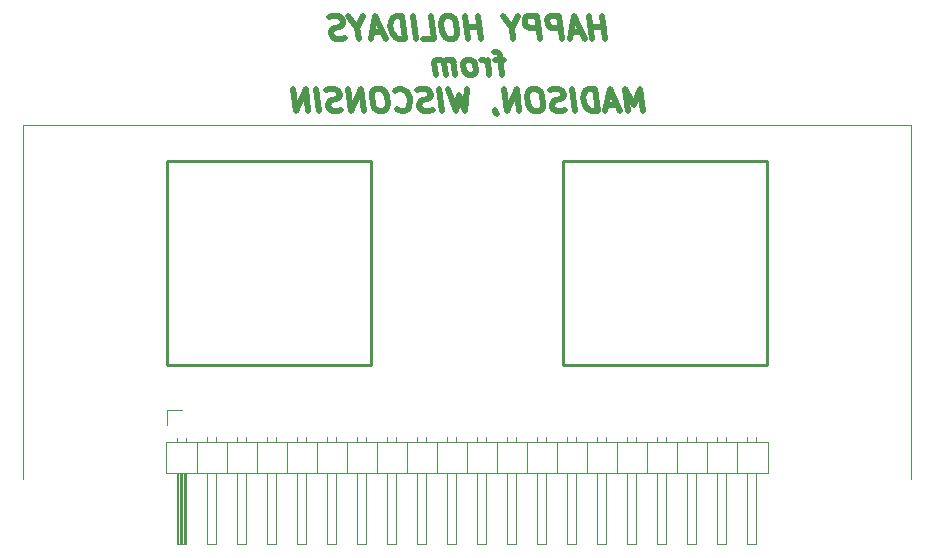
<source format=gbr>
%TF.GenerationSoftware,KiCad,Pcbnew,6.0.9+dfsg-1*%
%TF.CreationDate,2022-11-28T19:28:46-06:00*%
%TF.ProjectId,house,686f7573-652e-46b6-9963-61645f706362,A*%
%TF.SameCoordinates,Original*%
%TF.FileFunction,Legend,Bot*%
%TF.FilePolarity,Positive*%
%FSLAX46Y46*%
G04 Gerber Fmt 4.6, Leading zero omitted, Abs format (unit mm)*
G04 Created by KiCad (PCBNEW 6.0.9+dfsg-1) date 2022-11-28 19:28:46*
%MOMM*%
%LPD*%
G01*
G04 APERTURE LIST*
%ADD10C,0.254000*%
%ADD11C,0.120000*%
%ADD12C,0.476250*%
G04 APERTURE END LIST*
D10*
X114300000Y-74168000D02*
X131572000Y-74168000D01*
X131572000Y-74168000D02*
X131572000Y-91440000D01*
X131572000Y-91440000D02*
X114300000Y-91440000D01*
X114300000Y-91440000D02*
X114300000Y-74168000D01*
D11*
X177292000Y-101092000D02*
X177292000Y-71120000D01*
D10*
X147828000Y-74168000D02*
X165100000Y-74168000D01*
X165100000Y-74168000D02*
X165100000Y-91440000D01*
X165100000Y-91440000D02*
X147828000Y-91440000D01*
X147828000Y-91440000D02*
X147828000Y-74168000D01*
D11*
X102108000Y-71120000D02*
X102108000Y-101092000D01*
X177292000Y-71120000D02*
X102108000Y-71120000D01*
D12*
X151401065Y-63834735D02*
X151162940Y-61929735D01*
X151276333Y-62836878D02*
X150187762Y-62836878D01*
X150312494Y-63834735D02*
X150074369Y-61929735D01*
X149428029Y-63290450D02*
X148520887Y-63290450D01*
X149677494Y-63834735D02*
X148804369Y-61929735D01*
X148407494Y-63834735D01*
X147772494Y-63834735D02*
X147534369Y-61929735D01*
X146808654Y-61929735D01*
X146638565Y-62020450D01*
X146559190Y-62111164D01*
X146491154Y-62292592D01*
X146525172Y-62564735D01*
X146638565Y-62746164D01*
X146740619Y-62836878D01*
X146933387Y-62927592D01*
X147659101Y-62927592D01*
X145867494Y-63834735D02*
X145629369Y-61929735D01*
X144903654Y-61929735D01*
X144733565Y-62020450D01*
X144654190Y-62111164D01*
X144586154Y-62292592D01*
X144620172Y-62564735D01*
X144733565Y-62746164D01*
X144835619Y-62836878D01*
X145028387Y-62927592D01*
X145754101Y-62927592D01*
X143486244Y-62927592D02*
X143599637Y-63834735D01*
X143996512Y-61929735D02*
X143486244Y-62927592D01*
X142726512Y-61929735D01*
X140878208Y-63834735D02*
X140640083Y-61929735D01*
X140753476Y-62836878D02*
X139664904Y-62836878D01*
X139789637Y-63834735D02*
X139551512Y-61929735D01*
X138281512Y-61929735D02*
X137918654Y-61929735D01*
X137748565Y-62020450D01*
X137589815Y-62201878D01*
X137544458Y-62564735D01*
X137623833Y-63199735D01*
X137759904Y-63562592D01*
X137964012Y-63744021D01*
X138156779Y-63834735D01*
X138519637Y-63834735D01*
X138689726Y-63744021D01*
X138848476Y-63562592D01*
X138893833Y-63199735D01*
X138814458Y-62564735D01*
X138678387Y-62201878D01*
X138474279Y-62020450D01*
X138281512Y-61929735D01*
X135979637Y-63834735D02*
X136886779Y-63834735D01*
X136648654Y-61929735D01*
X135344637Y-63834735D02*
X135106512Y-61929735D01*
X134437494Y-63834735D02*
X134199369Y-61929735D01*
X133745797Y-61929735D01*
X133484994Y-62020450D01*
X133326244Y-62201878D01*
X133258208Y-62383307D01*
X133212851Y-62746164D01*
X133246869Y-63018307D01*
X133382940Y-63381164D01*
X133496333Y-63562592D01*
X133700440Y-63744021D01*
X133983922Y-63834735D01*
X134437494Y-63834735D01*
X132555172Y-63290450D02*
X131648029Y-63290450D01*
X132804637Y-63834735D02*
X131931512Y-61929735D01*
X131534637Y-63834735D01*
X130423387Y-62927592D02*
X130536779Y-63834735D01*
X130933654Y-61929735D02*
X130423387Y-62927592D01*
X129663654Y-61929735D01*
X129346154Y-63744021D02*
X129085351Y-63834735D01*
X128631779Y-63834735D01*
X128439012Y-63744021D01*
X128336958Y-63653307D01*
X128223565Y-63471878D01*
X128200887Y-63290450D01*
X128268922Y-63109021D01*
X128348297Y-63018307D01*
X128518387Y-62927592D01*
X128869904Y-62836878D01*
X129039994Y-62746164D01*
X129119369Y-62655450D01*
X129187404Y-62474021D01*
X129164726Y-62292592D01*
X129051333Y-62111164D01*
X128949279Y-62020450D01*
X128756512Y-61929735D01*
X128302940Y-61929735D01*
X128042137Y-62020450D01*
X142805887Y-65631785D02*
X142080172Y-65631785D01*
X142692494Y-66901785D02*
X142488387Y-65268928D01*
X142374994Y-65087500D01*
X142182226Y-64996785D01*
X142000797Y-64996785D01*
X141603922Y-66901785D02*
X141445172Y-65631785D01*
X141490529Y-65994642D02*
X141377137Y-65813214D01*
X141275083Y-65722500D01*
X141082315Y-65631785D01*
X140900887Y-65631785D01*
X140152494Y-66901785D02*
X140322583Y-66811071D01*
X140401958Y-66720357D01*
X140469994Y-66538928D01*
X140401958Y-65994642D01*
X140288565Y-65813214D01*
X140186512Y-65722500D01*
X139993744Y-65631785D01*
X139721601Y-65631785D01*
X139551512Y-65722500D01*
X139472137Y-65813214D01*
X139404101Y-65994642D01*
X139472137Y-66538928D01*
X139585529Y-66720357D01*
X139687583Y-66811071D01*
X139880351Y-66901785D01*
X140152494Y-66901785D01*
X138701065Y-66901785D02*
X138542315Y-65631785D01*
X138564994Y-65813214D02*
X138462940Y-65722500D01*
X138270172Y-65631785D01*
X137998029Y-65631785D01*
X137827940Y-65722500D01*
X137759904Y-65903928D01*
X137884637Y-66901785D01*
X137759904Y-65903928D02*
X137646512Y-65722500D01*
X137453744Y-65631785D01*
X137181601Y-65631785D01*
X137011512Y-65722500D01*
X136943476Y-65903928D01*
X137068208Y-66901785D01*
X154576065Y-69968835D02*
X154337940Y-68063835D01*
X153873029Y-69424550D01*
X153067940Y-68063835D01*
X153306065Y-69968835D01*
X152421601Y-69424550D02*
X151514458Y-69424550D01*
X152671065Y-69968835D02*
X151797940Y-68063835D01*
X151401065Y-69968835D01*
X150766065Y-69968835D02*
X150527940Y-68063835D01*
X150074369Y-68063835D01*
X149813565Y-68154550D01*
X149654815Y-68335978D01*
X149586779Y-68517407D01*
X149541422Y-68880264D01*
X149575440Y-69152407D01*
X149711512Y-69515264D01*
X149824904Y-69696692D01*
X150029012Y-69878121D01*
X150312494Y-69968835D01*
X150766065Y-69968835D01*
X148861065Y-69968835D02*
X148622940Y-68063835D01*
X148033297Y-69878121D02*
X147772494Y-69968835D01*
X147318922Y-69968835D01*
X147126154Y-69878121D01*
X147024101Y-69787407D01*
X146910708Y-69605978D01*
X146888029Y-69424550D01*
X146956065Y-69243121D01*
X147035440Y-69152407D01*
X147205529Y-69061692D01*
X147557047Y-68970978D01*
X147727137Y-68880264D01*
X147806512Y-68789550D01*
X147874547Y-68608121D01*
X147851869Y-68426692D01*
X147738476Y-68245264D01*
X147636422Y-68154550D01*
X147443654Y-68063835D01*
X146990083Y-68063835D01*
X146729279Y-68154550D01*
X145538654Y-68063835D02*
X145175797Y-68063835D01*
X145005708Y-68154550D01*
X144846958Y-68335978D01*
X144801601Y-68698835D01*
X144880976Y-69333835D01*
X145017047Y-69696692D01*
X145221154Y-69878121D01*
X145413922Y-69968835D01*
X145776779Y-69968835D01*
X145946869Y-69878121D01*
X146105619Y-69696692D01*
X146150976Y-69333835D01*
X146071601Y-68698835D01*
X145935529Y-68335978D01*
X145731422Y-68154550D01*
X145538654Y-68063835D01*
X144143922Y-69968835D02*
X143905797Y-68063835D01*
X143055351Y-69968835D01*
X142817226Y-68063835D01*
X142046154Y-69878121D02*
X142057494Y-69968835D01*
X142170887Y-70150264D01*
X142272940Y-70240978D01*
X139732940Y-68063835D02*
X139517494Y-69968835D01*
X138984547Y-68608121D01*
X138791779Y-69968835D01*
X138100083Y-68063835D01*
X137612494Y-69968835D02*
X137374369Y-68063835D01*
X136784726Y-69878121D02*
X136523922Y-69968835D01*
X136070351Y-69968835D01*
X135877583Y-69878121D01*
X135775529Y-69787407D01*
X135662137Y-69605978D01*
X135639458Y-69424550D01*
X135707494Y-69243121D01*
X135786869Y-69152407D01*
X135956958Y-69061692D01*
X136308476Y-68970978D01*
X136478565Y-68880264D01*
X136557940Y-68789550D01*
X136625976Y-68608121D01*
X136603297Y-68426692D01*
X136489904Y-68245264D01*
X136387851Y-68154550D01*
X136195083Y-68063835D01*
X135741512Y-68063835D01*
X135480708Y-68154550D01*
X133779815Y-69787407D02*
X133881869Y-69878121D01*
X134165351Y-69968835D01*
X134346779Y-69968835D01*
X134607583Y-69878121D01*
X134766333Y-69696692D01*
X134834369Y-69515264D01*
X134879726Y-69152407D01*
X134845708Y-68880264D01*
X134709637Y-68517407D01*
X134596244Y-68335978D01*
X134392137Y-68154550D01*
X134108654Y-68063835D01*
X133927226Y-68063835D01*
X133666422Y-68154550D01*
X133587047Y-68245264D01*
X132385083Y-68063835D02*
X132022226Y-68063835D01*
X131852137Y-68154550D01*
X131693387Y-68335978D01*
X131648029Y-68698835D01*
X131727404Y-69333835D01*
X131863476Y-69696692D01*
X132067583Y-69878121D01*
X132260351Y-69968835D01*
X132623208Y-69968835D01*
X132793297Y-69878121D01*
X132952047Y-69696692D01*
X132997404Y-69333835D01*
X132918029Y-68698835D01*
X132781958Y-68335978D01*
X132577851Y-68154550D01*
X132385083Y-68063835D01*
X130990351Y-69968835D02*
X130752226Y-68063835D01*
X129901779Y-69968835D01*
X129663654Y-68063835D01*
X129074012Y-69878121D02*
X128813208Y-69968835D01*
X128359637Y-69968835D01*
X128166869Y-69878121D01*
X128064815Y-69787407D01*
X127951422Y-69605978D01*
X127928744Y-69424550D01*
X127996779Y-69243121D01*
X128076154Y-69152407D01*
X128246244Y-69061692D01*
X128597762Y-68970978D01*
X128767851Y-68880264D01*
X128847226Y-68789550D01*
X128915262Y-68608121D01*
X128892583Y-68426692D01*
X128779190Y-68245264D01*
X128677137Y-68154550D01*
X128484369Y-68063835D01*
X128030797Y-68063835D01*
X127769994Y-68154550D01*
X127180351Y-69968835D02*
X126942226Y-68063835D01*
X126273208Y-69968835D02*
X126035083Y-68063835D01*
X125184637Y-69968835D01*
X124946512Y-68063835D01*
D11*
%TO.C,J1*%
X155830000Y-97562929D02*
X155830000Y-97960000D01*
X130430000Y-97562929D02*
X130430000Y-97960000D01*
X131190000Y-97562929D02*
X131190000Y-97960000D01*
X116840000Y-97960000D02*
X116840000Y-100620000D01*
X156590000Y-97562929D02*
X156590000Y-97960000D01*
X123570000Y-106620000D02*
X123570000Y-100620000D01*
X160020000Y-97960000D02*
X160020000Y-100620000D01*
X115570000Y-95250000D02*
X114300000Y-95250000D01*
X139700000Y-97960000D02*
X139700000Y-100620000D01*
X147320000Y-97960000D02*
X147320000Y-100620000D01*
X114300000Y-95250000D02*
X114300000Y-96520000D01*
X135510000Y-100620000D02*
X135510000Y-106620000D01*
X115850000Y-100620000D02*
X115850000Y-106620000D01*
X130430000Y-106620000D02*
X131190000Y-106620000D01*
X145670000Y-100620000D02*
X145670000Y-106620000D01*
X158370000Y-97562929D02*
X158370000Y-97960000D01*
X162560000Y-97960000D02*
X162560000Y-100620000D01*
X148210000Y-100620000D02*
X148210000Y-106620000D01*
X140590000Y-100620000D02*
X140590000Y-106620000D01*
X138810000Y-106620000D02*
X138810000Y-100620000D01*
X126110000Y-97562929D02*
X126110000Y-97960000D01*
X133730000Y-97562929D02*
X133730000Y-97960000D01*
X115190000Y-106620000D02*
X115950000Y-106620000D01*
X127890000Y-106620000D02*
X128650000Y-106620000D01*
X120270000Y-100620000D02*
X120270000Y-106620000D01*
X164210000Y-97562929D02*
X164210000Y-97960000D01*
X122810000Y-97562929D02*
X122810000Y-97960000D01*
X134620000Y-97960000D02*
X134620000Y-100620000D01*
X141350000Y-97562929D02*
X141350000Y-97960000D01*
X141350000Y-106620000D02*
X141350000Y-100620000D01*
X115190000Y-100620000D02*
X115190000Y-106620000D01*
X125350000Y-106620000D02*
X126110000Y-106620000D01*
X115490000Y-100620000D02*
X115490000Y-106620000D01*
X160910000Y-100620000D02*
X160910000Y-106620000D01*
X144780000Y-97960000D02*
X144780000Y-100620000D01*
X148210000Y-106620000D02*
X148970000Y-106620000D01*
X154050000Y-97562929D02*
X154050000Y-97960000D01*
X145670000Y-97562929D02*
X145670000Y-97960000D01*
X151510000Y-106620000D02*
X151510000Y-100620000D01*
X140590000Y-106620000D02*
X141350000Y-106620000D01*
X138810000Y-97562929D02*
X138810000Y-97960000D01*
X115950000Y-106620000D02*
X115950000Y-100620000D01*
X154940000Y-97960000D02*
X154940000Y-100620000D01*
X115190000Y-97630000D02*
X115190000Y-97960000D01*
X158370000Y-100620000D02*
X158370000Y-106620000D01*
X153290000Y-97562929D02*
X153290000Y-97960000D01*
X155830000Y-100620000D02*
X155830000Y-106620000D01*
X126110000Y-106620000D02*
X126110000Y-100620000D01*
X121920000Y-97960000D02*
X121920000Y-100620000D01*
X149860000Y-97960000D02*
X149860000Y-100620000D01*
X119380000Y-97960000D02*
X119380000Y-100620000D01*
X164210000Y-106620000D02*
X164210000Y-100620000D01*
X115950000Y-97630000D02*
X115950000Y-97960000D01*
X142240000Y-97960000D02*
X142240000Y-100620000D01*
X117730000Y-97562929D02*
X117730000Y-97960000D01*
X128650000Y-106620000D02*
X128650000Y-100620000D01*
X159130000Y-106620000D02*
X159130000Y-100620000D01*
X133730000Y-106620000D02*
X133730000Y-100620000D01*
X131190000Y-106620000D02*
X131190000Y-100620000D01*
X120270000Y-97562929D02*
X120270000Y-97960000D01*
X130430000Y-100620000D02*
X130430000Y-106620000D01*
X163450000Y-106620000D02*
X164210000Y-106620000D01*
X127890000Y-100620000D02*
X127890000Y-106620000D01*
X138050000Y-97562929D02*
X138050000Y-97960000D01*
X132970000Y-106620000D02*
X133730000Y-106620000D01*
X153290000Y-100620000D02*
X153290000Y-106620000D01*
X159130000Y-97562929D02*
X159130000Y-97960000D01*
X120270000Y-106620000D02*
X121030000Y-106620000D01*
X140590000Y-97562929D02*
X140590000Y-97960000D01*
X115610000Y-100620000D02*
X115610000Y-106620000D01*
X143890000Y-97562929D02*
X143890000Y-97960000D01*
X138050000Y-106620000D02*
X138810000Y-106620000D01*
X153290000Y-106620000D02*
X154050000Y-106620000D01*
X143130000Y-97562929D02*
X143130000Y-97960000D01*
X138050000Y-100620000D02*
X138050000Y-106620000D01*
X150750000Y-97562929D02*
X150750000Y-97960000D01*
X124460000Y-97960000D02*
X124460000Y-100620000D01*
X125350000Y-97562929D02*
X125350000Y-97960000D01*
X151510000Y-97562929D02*
X151510000Y-97960000D01*
X118490000Y-106620000D02*
X118490000Y-100620000D01*
X122810000Y-106620000D02*
X123570000Y-106620000D01*
X125350000Y-100620000D02*
X125350000Y-106620000D01*
X114240000Y-100620000D02*
X114240000Y-97960000D01*
X115370000Y-100620000D02*
X115370000Y-106620000D01*
X148970000Y-106620000D02*
X148970000Y-100620000D01*
X148210000Y-97562929D02*
X148210000Y-97960000D01*
X160910000Y-97562929D02*
X160910000Y-97960000D01*
X163450000Y-100620000D02*
X163450000Y-106620000D01*
X129540000Y-97960000D02*
X129540000Y-100620000D01*
X150750000Y-100620000D02*
X150750000Y-106620000D01*
X117730000Y-106620000D02*
X118490000Y-106620000D01*
X161670000Y-106620000D02*
X161670000Y-100620000D01*
X123570000Y-97562929D02*
X123570000Y-97960000D01*
X161670000Y-97562929D02*
X161670000Y-97960000D01*
X132080000Y-97960000D02*
X132080000Y-100620000D01*
X146430000Y-106620000D02*
X146430000Y-100620000D01*
X118490000Y-97562929D02*
X118490000Y-97960000D01*
X145670000Y-106620000D02*
X146430000Y-106620000D01*
X150750000Y-106620000D02*
X151510000Y-106620000D01*
X132970000Y-97562929D02*
X132970000Y-97960000D01*
X127000000Y-97960000D02*
X127000000Y-100620000D01*
X132970000Y-100620000D02*
X132970000Y-106620000D01*
X160910000Y-106620000D02*
X161670000Y-106620000D01*
X115730000Y-100620000D02*
X115730000Y-106620000D01*
X155830000Y-106620000D02*
X156590000Y-106620000D01*
X114240000Y-97960000D02*
X165160000Y-97960000D01*
X143130000Y-100620000D02*
X143130000Y-106620000D01*
X117730000Y-100620000D02*
X117730000Y-106620000D01*
X136270000Y-97562929D02*
X136270000Y-97960000D01*
X121030000Y-97562929D02*
X121030000Y-97960000D01*
X156590000Y-106620000D02*
X156590000Y-100620000D01*
X143890000Y-106620000D02*
X143890000Y-100620000D01*
X165160000Y-97960000D02*
X165160000Y-100620000D01*
X121030000Y-106620000D02*
X121030000Y-100620000D01*
X157480000Y-97960000D02*
X157480000Y-100620000D01*
X154050000Y-106620000D02*
X154050000Y-100620000D01*
X137160000Y-97960000D02*
X137160000Y-100620000D01*
X135510000Y-97562929D02*
X135510000Y-97960000D01*
X163450000Y-97562929D02*
X163450000Y-97960000D01*
X115250000Y-100620000D02*
X115250000Y-106620000D01*
X152400000Y-97960000D02*
X152400000Y-100620000D01*
X135510000Y-106620000D02*
X136270000Y-106620000D01*
X122810000Y-100620000D02*
X122810000Y-106620000D01*
X128650000Y-97562929D02*
X128650000Y-97960000D01*
X165160000Y-100620000D02*
X114240000Y-100620000D01*
X127890000Y-97562929D02*
X127890000Y-97960000D01*
X146430000Y-97562929D02*
X146430000Y-97960000D01*
X148970000Y-97562929D02*
X148970000Y-97960000D01*
X158370000Y-106620000D02*
X159130000Y-106620000D01*
X143130000Y-106620000D02*
X143890000Y-106620000D01*
X136270000Y-106620000D02*
X136270000Y-100620000D01*
%TD*%
M02*

</source>
